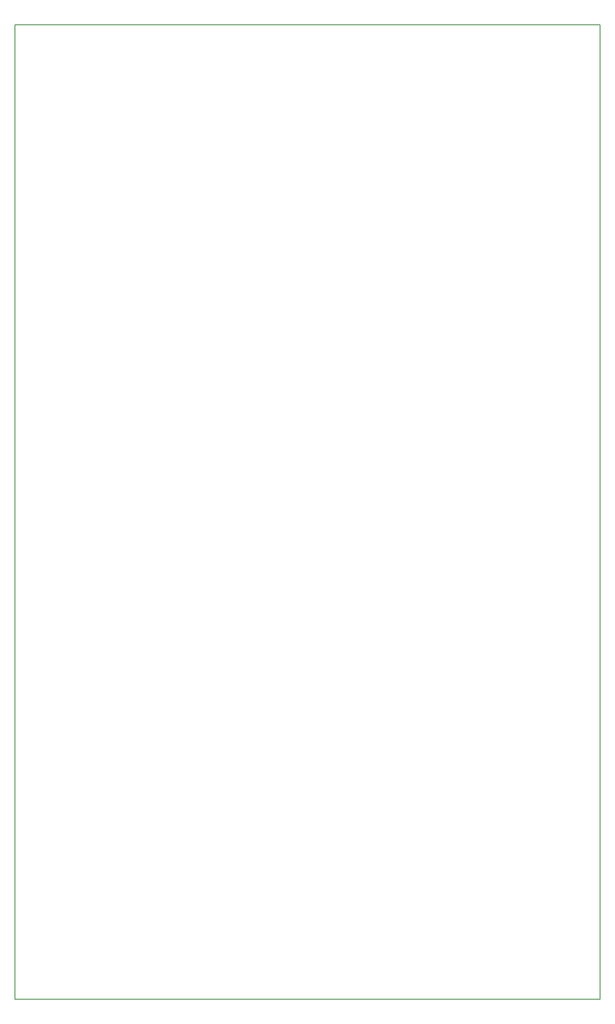
<source format=gbr>
%TF.GenerationSoftware,KiCad,Pcbnew,9.0.6*%
%TF.CreationDate,2026-02-15T15:53:08-05:00*%
%TF.ProjectId,Darkroom Timer,4461726b-726f-46f6-9d20-54696d65722e,rev?*%
%TF.SameCoordinates,Original*%
%TF.FileFunction,Profile,NP*%
%FSLAX46Y46*%
G04 Gerber Fmt 4.6, Leading zero omitted, Abs format (unit mm)*
G04 Created by KiCad (PCBNEW 9.0.6) date 2026-02-15 15:53:08*
%MOMM*%
%LPD*%
G01*
G04 APERTURE LIST*
%TA.AperFunction,Profile*%
%ADD10C,0.200000*%
%TD*%
G04 APERTURE END LIST*
D10*
X22000000Y-22000000D02*
X138000000Y-22000000D01*
X138000000Y-215000000D01*
X22000000Y-215000000D01*
X22000000Y-22000000D01*
M02*

</source>
